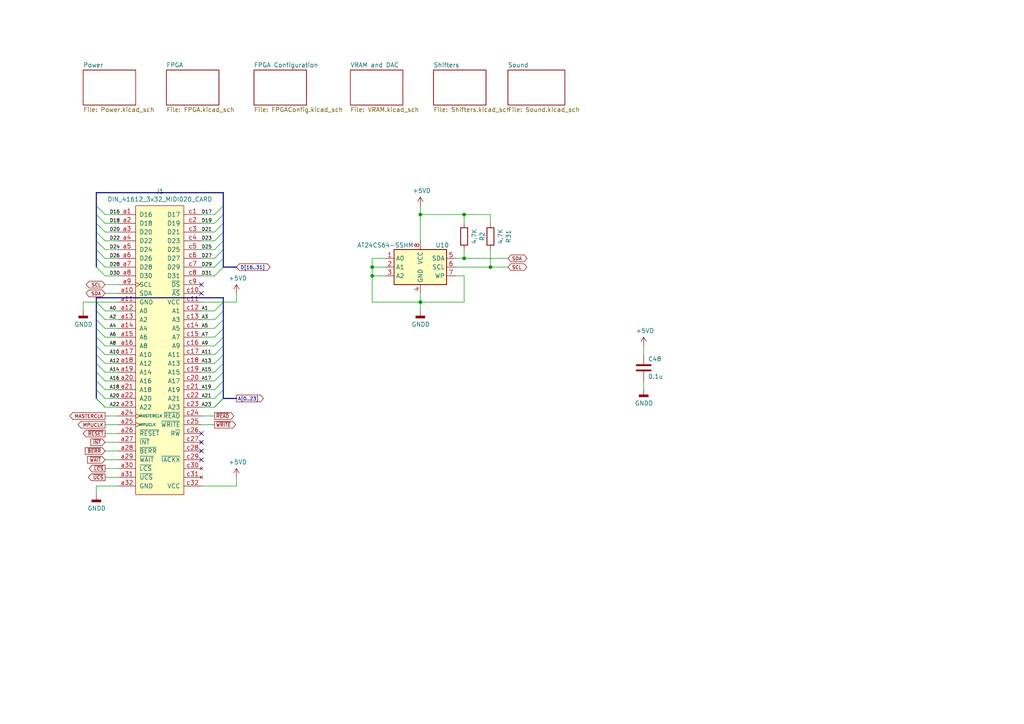
<source format=kicad_sch>
(kicad_sch (version 20211123) (generator eeschema)
  (paper "A4")
  (lib_symbols
    (symbol "Aslak:DIN_41612_3x32_MIDI020_CARD" (pin_names (offset 1.016))
      (property "Reference" "J" (at 5.08 31.75 0))
      (property "Value" "Aslak_DIN_41612_3x32_MIDI020_CARD" (at -3.81 31.75 0))
      (symbol "DIN_41612_3x32_MIDI020_CARD_0_1"
        (rectangle (start -6.35 30.48) (end 7.62 -53.34) (fill (type background)))
      )
      (symbol "DIN_41612_3x32_MIDI020_CARD_1_1"
        (pin bidirectional line (at -11.43 27.94 0) (length 5.08) (name "D16") (number "a1"))
        (pin bidirectional line (at -11.43 5.08 0) (length 5.08) (name "SDA") (number "a10"))
        (pin power_in line (at -11.43 2.54 0) (length 5.08) (name "GND") (number "a11"))
        (pin output line (at -11.43 0 0) (length 5.08) (name "A0") (number "a12"))
        (pin output line (at -11.43 -2.54 0) (length 5.08) (name "A2") (number "a13"))
        (pin output line (at -11.43 -5.08 0) (length 5.08) (name "A4") (number "a14"))
        (pin output line (at -11.43 -7.62 0) (length 5.08) (name "A6") (number "a15"))
        (pin output line (at -11.43 -10.16 0) (length 5.08) (name "A8") (number "a16"))
        (pin output line (at -11.43 -12.7 0) (length 5.08) (name "A10") (number "a17"))
        (pin output line (at -11.43 -15.24 0) (length 5.08) (name "A12") (number "a18"))
        (pin output line (at -11.43 -17.78 0) (length 5.08) (name "A14") (number "a19"))
        (pin bidirectional line (at -11.43 25.4 0) (length 5.08) (name "D18") (number "a2"))
        (pin output line (at -11.43 -20.32 0) (length 5.08) (name "A16") (number "a20"))
        (pin output line (at -11.43 -22.86 0) (length 5.08) (name "A18") (number "a21"))
        (pin output line (at -11.43 -25.4 0) (length 5.08) (name "A20") (number "a22"))
        (pin output line (at -11.43 -27.94 0) (length 5.08) (name "A22") (number "a23"))
        (pin output clock (at -11.43 -30.48 0) (length 5.08) (name "MASTERCLK") (number "a24"))
        (pin output clock (at -11.43 -33.02 0) (length 5.08) (name "MPUCLK") (number "a25"))
        (pin output line (at -11.43 -35.56 0) (length 5.08) (name "~{RESET}") (number "a26"))
        (pin input line (at -11.43 -38.1 0) (length 5.08) (name "~{INT}") (number "a27"))
        (pin input line (at -11.43 -40.64 0) (length 5.08) (name "~{BERR}") (number "a28"))
        (pin input line (at -11.43 -43.18 0) (length 5.08) (name "~{WAIT}") (number "a29"))
        (pin bidirectional line (at -11.43 22.86 0) (length 5.08) (name "D20") (number "a3"))
        (pin output line (at -11.43 -45.72 0) (length 5.08) (name "~{LCS}") (number "a30"))
        (pin output line (at -11.43 -48.26 0) (length 5.08) (name "~{UCS}") (number "a31"))
        (pin power_in line (at -11.43 -50.8 0) (length 5.08) (name "GND") (number "a32"))
        (pin bidirectional line (at -11.43 20.32 0) (length 5.08) (name "D22") (number "a4"))
        (pin bidirectional line (at -11.43 17.78 0) (length 5.08) (name "D24") (number "a5"))
        (pin bidirectional line (at -11.43 15.24 0) (length 5.08) (name "D26") (number "a6"))
        (pin bidirectional line (at -11.43 12.7 0) (length 5.08) (name "D28") (number "a7"))
        (pin bidirectional line (at -11.43 10.16 0) (length 5.08) (name "D30") (number "a8"))
        (pin bidirectional clock (at -11.43 7.62 0) (length 5.08) (name "SCL") (number "a9"))
        (pin bidirectional line (at 12.7 27.94 180) (length 5.08) (name "D17") (number "c1"))
        (pin output line (at 12.7 5.08 180) (length 5.08) (name "~{AS}") (number "c10"))
        (pin power_in line (at 12.7 2.54 180) (length 5.08) (name "VCC") (number "c11"))
        (pin output line (at 12.7 0 180) (length 5.08) (name "A1") (number "c12"))
        (pin output line (at 12.7 -2.54 180) (length 5.08) (name "A3") (number "c13"))
        (pin output line (at 12.7 -5.08 180) (length 5.08) (name "A5") (number "c14"))
        (pin output line (at 12.7 -7.62 180) (length 5.08) (name "A7") (number "c15"))
        (pin output line (at 12.7 -10.16 180) (length 5.08) (name "A9") (number "c16"))
        (pin output line (at 12.7 -12.7 180) (length 5.08) (name "A11") (number "c17"))
        (pin output line (at 12.7 -15.24 180) (length 5.08) (name "A13") (number "c18"))
        (pin output line (at 12.7 -17.78 180) (length 5.08) (name "A15") (number "c19"))
        (pin bidirectional line (at 12.7 25.4 180) (length 5.08) (name "D19") (number "c2"))
        (pin output line (at 12.7 -20.32 180) (length 5.08) (name "A17") (number "c20"))
        (pin output line (at 12.7 -22.86 180) (length 5.08) (name "A19") (number "c21"))
        (pin output line (at 12.7 -25.4 180) (length 5.08) (name "A21") (number "c22"))
        (pin output line (at 12.7 -27.94 180) (length 5.08) (name "A23") (number "c23"))
        (pin output line (at 12.7 -30.48 180) (length 5.08) (name "~{READ}") (number "c24"))
        (pin output line (at 12.7 -33.02 180) (length 5.08) (name "~{WRITE}") (number "c25"))
        (pin output line (at 12.7 -35.56 180) (length 5.08) (name "R~{W}") (number "c26"))
        (pin no_connect line (at 12.7 -38.1 180) (length 5.08) (name "~") (number "c27"))
        (pin no_connect line (at 12.7 -40.64 180) (length 5.08) (name "~") (number "c28"))
        (pin output line (at 12.7 -43.18 180) (length 5.08) (name "~{IACKX}") (number "c29"))
        (pin bidirectional line (at 12.7 22.86 180) (length 5.08) (name "D21") (number "c3"))
        (pin no_connect line (at 12.7 -45.72 180) (length 5.08) (name "~") (number "c30"))
        (pin no_connect line (at 12.7 -48.26 180) (length 5.08) (name "~") (number "c31"))
        (pin power_in line (at 12.7 -50.8 180) (length 5.08) (name "VCC") (number "c32"))
        (pin bidirectional line (at 12.7 20.32 180) (length 5.08) (name "D23") (number "c4"))
        (pin bidirectional line (at 12.7 17.78 180) (length 5.08) (name "D25") (number "c5"))
        (pin bidirectional line (at 12.7 15.24 180) (length 5.08) (name "D27") (number "c6"))
        (pin bidirectional line (at 12.7 12.7 180) (length 5.08) (name "D29") (number "c7"))
        (pin bidirectional line (at 12.7 10.16 180) (length 5.08) (name "D31") (number "c8"))
        (pin output line (at 12.7 7.62 180) (length 5.08) (name "~{DS}") (number "c9"))
      )
    )
    (symbol "Device:C" (pin_numbers hide) (pin_names (offset 0.254))
      (property "Reference" "C" (at 0.635 2.54 0))
      (property "Value" "C" (at 0.635 -2.54 0))
      (symbol "C_0_1"
        (polyline (pts (xy -2.032 -0.762) (xy 2.032 -0.762)) (stroke (width 0.508)))
        (polyline (pts (xy -2.032 0.762) (xy 2.032 0.762)) (stroke (width 0.508)))
      )
      (symbol "C_1_1"
        (pin passive line (at 0 3.81 270) (length 2.794) (name "~") (number "1"))
        (pin passive line (at 0 -3.81 90) (length 2.794) (name "~") (number "2"))
      )
    )
    (symbol "Device:R" (pin_numbers hide) (pin_names (offset 0))
      (property "Reference" "R" (at 2.032 0 90))
      (property "Value" "R" (at 0 0 90))
      (symbol "R_0_1"
        (rectangle (start -1.016 -2.54) (end 1.016 2.54) (stroke (width 0.254)))
      )
      (symbol "R_1_1"
        (pin passive line (at 0 3.81 270) (length 1.27) (name "~") (number "1"))
        (pin passive line (at 0 -3.81 90) (length 1.27) (name "~") (number "2"))
      )
    )
    (symbol "Memory_EEPROM:AT24CS64-SSHM"
      (property "Reference" "U" (at -7.62 6.35 0))
      (property "Value" "AT24CS64-SSHM" (at 2.54 -6.35 0))
      (symbol "AT24CS64-SSHM_1_1"
        (rectangle (start -7.62 5.08) (end 7.62 -5.08) (stroke (width 0.254)) (fill (type background)))
        (pin input line (at -10.16 2.54 0) (length 2.54) (name "A0") (number "1"))
        (pin input line (at -10.16 0 0) (length 2.54) (name "A1") (number "2"))
        (pin input line (at -10.16 -2.54 0) (length 2.54) (name "A2") (number "3"))
        (pin power_in line (at 0 -7.62 90) (length 2.54) (name "GND") (number "4"))
        (pin bidirectional line (at 10.16 2.54 180) (length 2.54) (name "SDA") (number "5"))
        (pin input line (at 10.16 0 180) (length 2.54) (name "SCL") (number "6"))
        (pin input line (at 10.16 -2.54 180) (length 2.54) (name "WP") (number "7"))
        (pin power_in line (at 0 7.62 270) (length 2.54) (name "VCC") (number "8"))
      )
    )
    (symbol "power:+5VD" (power) (pin_names (offset 0))
      (property "Value" "+5VD" (at 0 3.556 0))
      (symbol "+5VD_0_1"
        (polyline (pts (xy -0.762 1.27) (xy 0 2.54)))
        (polyline (pts (xy 0 0) (xy 0 2.54)))
        (polyline (pts (xy 0 2.54) (xy 0.762 1.27)))
      )
      (symbol "+5VD_1_1"
        (pin power_in line (at 0 0 90) (length 0) hide (name "+5VD") (number "1"))
      )
    )
    (symbol "power:GNDD" (power) (pin_names (offset 0))
      (property "Value" "GNDD" (at 0 -3.175 0))
      (symbol "GNDD_0_1"
        (rectangle (start -1.27 -1.524) (end 1.27 -2.032) (stroke (width 0.254)) (fill (type outline)))
        (polyline (pts (xy 0 0) (xy 0 -1.524)))
      )
      (symbol "GNDD_1_1"
        (pin power_in line (at 0 0 270) (length 0) hide (name "GNDD") (number "1"))
      )
    )
  )
  (junction (at 121.92 62.23))
  (junction (at 121.92 87.63))
  (junction (at 134.62 62.23))
  (junction (at 142.24 77.47))
  (junction (at 107.95 77.47))
  (junction (at 134.62 74.93))
  (junction (at 107.95 80.01))
  (no_connect (at 58.42 85.09))
  (no_connect (at 58.42 128.27))
  (no_connect (at 58.42 82.55))
  (no_connect (at 58.42 133.35))
  (no_connect (at 58.42 130.81))
  (no_connect (at 58.42 125.73))
  (bus_entry (at 27.94 115.57) (size 2.54 2.54))
  (bus_entry (at 64.77 64.77) (size -2.54 2.54))
  (bus_entry (at 64.77 72.39) (size -2.54 2.54))
  (bus_entry (at 64.77 77.47) (size -2.54 2.54))
  (bus_entry (at 64.77 95.25) (size -2.54 2.54))
  (bus_entry (at 64.77 74.93) (size -2.54 2.54))
  (bus_entry (at 64.77 110.49) (size -2.54 2.54))
  (bus_entry (at 64.77 67.31) (size -2.54 2.54))
  (bus_entry (at 64.77 115.57) (size -2.54 2.54))
  (bus_entry (at 64.77 87.63) (size -2.54 2.54))
  (bus_entry (at 27.94 95.25) (size 2.54 2.54))
  (bus_entry (at 27.94 87.63) (size 2.54 2.54))
  (bus_entry (at 27.94 100.33) (size 2.54 2.54))
  (bus_entry (at 64.77 100.33) (size -2.54 2.54))
  (bus_entry (at 27.94 59.69) (size 2.54 2.54))
  (bus_entry (at 27.94 69.85) (size 2.54 2.54))
  (bus_entry (at 27.94 62.23) (size 2.54 2.54))
  (bus_entry (at 27.94 113.03) (size 2.54 2.54))
  (bus_entry (at 27.94 74.93) (size 2.54 2.54))
  (bus_entry (at 64.77 113.03) (size -2.54 2.54))
  (bus_entry (at 27.94 72.39) (size 2.54 2.54))
  (bus_entry (at 64.77 59.69) (size -2.54 2.54))
  (bus_entry (at 27.94 110.49) (size 2.54 2.54))
  (bus_entry (at 27.94 64.77) (size 2.54 2.54))
  (bus_entry (at 64.77 107.95) (size -2.54 2.54))
  (bus_entry (at 64.77 97.79) (size -2.54 2.54))
  (bus_entry (at 27.94 90.17) (size 2.54 2.54))
  (bus_entry (at 27.94 92.71) (size 2.54 2.54))
  (bus_entry (at 64.77 115.57) (size -2.54 2.54))
  (bus_entry (at 27.94 102.87) (size 2.54 2.54))
  (bus_entry (at 64.77 105.41) (size -2.54 2.54))
  (bus_entry (at 64.77 62.23) (size -2.54 2.54))
  (bus_entry (at 64.77 69.85) (size -2.54 2.54))
  (bus_entry (at 27.94 105.41) (size 2.54 2.54))
  (bus_entry (at 27.94 115.57) (size 2.54 2.54))
  (bus_entry (at 64.77 102.87) (size -2.54 2.54))
  (bus_entry (at 64.77 92.71) (size -2.54 2.54))
  (bus_entry (at 64.77 90.17) (size -2.54 2.54))
  (bus_entry (at 27.94 77.47) (size 2.54 2.54))
  (bus_entry (at 27.94 97.79) (size 2.54 2.54))
  (bus_entry (at 27.94 67.31) (size 2.54 2.54))
  (bus_entry (at 27.94 107.95) (size 2.54 2.54))
  (wire (pts (xy 58.42 140.97) (xy 68.58 140.97)))
  (wire (pts (xy 58.42 97.79) (xy 62.23 97.79)))
  (bus (pts (xy 27.94 69.85) (xy 27.94 72.39)))
  (bus (pts (xy 27.94 67.31) (xy 27.94 69.85)))
  (wire (pts (xy 107.95 87.63) (xy 121.92 87.63)))
  (wire (pts (xy 58.42 102.87) (xy 62.23 102.87)))
  (bus (pts (xy 27.94 110.49) (xy 27.94 113.03)))
  (wire (pts (xy 58.42 105.41) (xy 62.23 105.41)))
  (wire (pts (xy 34.29 85.09) (xy 30.48 85.09)))
  (bus (pts (xy 64.77 72.39) (xy 64.77 74.93)))
  (wire (pts (xy 34.29 130.81) (xy 30.48 130.81)))
  (bus (pts (xy 64.77 69.85) (xy 64.77 72.39)))
  (bus (pts (xy 64.77 100.33) (xy 64.77 102.87)))
  (wire (pts (xy 186.69 110.49) (xy 186.69 113.03)))
  (bus (pts (xy 27.94 55.88) (xy 27.94 59.69)))
  (bus (pts (xy 27.94 59.69) (xy 27.94 62.23)))
  (bus (pts (xy 64.77 110.49) (xy 64.77 113.03)))
  (bus (pts (xy 64.77 90.17) (xy 64.77 92.71)))
  (wire (pts (xy 34.29 118.11) (xy 30.48 118.11)))
  (bus (pts (xy 27.94 92.71) (xy 27.94 95.25)))
  (bus (pts (xy 27.94 90.17) (xy 27.94 92.71)))
  (wire (pts (xy 34.29 72.39) (xy 30.48 72.39)))
  (wire (pts (xy 27.94 87.63) (xy 34.29 87.63)))
  (wire (pts (xy 121.92 69.85) (xy 121.92 62.23)))
  (wire (pts (xy 58.42 92.71) (xy 62.23 92.71)))
  (wire (pts (xy 27.94 140.97) (xy 27.94 143.51)))
  (bus (pts (xy 64.77 92.71) (xy 64.77 95.25)))
  (bus (pts (xy 64.77 107.95) (xy 64.77 110.49)))
  (wire (pts (xy 58.42 100.33) (xy 62.23 100.33)))
  (wire (pts (xy 34.29 64.77) (xy 30.48 64.77)))
  (wire (pts (xy 34.29 128.27) (xy 30.48 128.27)))
  (wire (pts (xy 132.08 80.01) (xy 134.62 80.01)))
  (wire (pts (xy 34.29 67.31) (xy 30.48 67.31)))
  (wire (pts (xy 24.13 87.63) (xy 24.13 90.17)))
  (bus (pts (xy 27.94 72.39) (xy 27.94 74.93)))
  (bus (pts (xy 27.94 87.63) (xy 27.94 90.17)))
  (wire (pts (xy 68.58 140.97) (xy 68.58 138.43)))
  (wire (pts (xy 107.95 77.47) (xy 107.95 80.01)))
  (wire (pts (xy 58.42 87.63) (xy 64.77 87.63)))
  (bus (pts (xy 64.77 115.57) (xy 68.58 115.57)))
  (wire (pts (xy 58.42 123.19) (xy 62.23 123.19)))
  (bus (pts (xy 64.77 77.47) (xy 68.58 77.47)))
  (wire (pts (xy 34.29 69.85) (xy 30.48 69.85)))
  (wire (pts (xy 68.58 87.63) (xy 68.58 85.09)))
  (wire (pts (xy 24.13 87.63) (xy 27.94 87.63)))
  (bus (pts (xy 27.94 105.41) (xy 27.94 107.95)))
  (wire (pts (xy 34.29 115.57) (xy 30.48 115.57)))
  (wire (pts (xy 34.29 74.93) (xy 30.48 74.93)))
  (bus (pts (xy 64.77 102.87) (xy 64.77 105.41)))
  (wire (pts (xy 121.92 62.23) (xy 121.92 59.69)))
  (wire (pts (xy 121.92 62.23) (xy 134.62 62.23)))
  (wire (pts (xy 34.29 102.87) (xy 30.48 102.87)))
  (bus (pts (xy 27.94 86.36) (xy 27.94 87.63)))
  (wire (pts (xy 58.42 72.39) (xy 62.23 72.39)))
  (wire (pts (xy 121.92 87.63) (xy 121.92 90.17)))
  (wire (pts (xy 142.24 72.39) (xy 142.24 77.47)))
  (bus (pts (xy 27.94 113.03) (xy 27.94 115.57)))
  (wire (pts (xy 34.29 82.55) (xy 30.48 82.55)))
  (wire (pts (xy 34.29 123.19) (xy 30.48 123.19)))
  (wire (pts (xy 34.29 100.33) (xy 30.48 100.33)))
  (wire (pts (xy 64.77 87.63) (xy 68.58 87.63)))
  (wire (pts (xy 107.95 80.01) (xy 107.95 87.63)))
  (wire (pts (xy 186.69 102.87) (xy 186.69 100.33)))
  (wire (pts (xy 58.42 90.17) (xy 62.23 90.17)))
  (wire (pts (xy 58.42 95.25) (xy 62.23 95.25)))
  (bus (pts (xy 64.77 74.93) (xy 64.77 77.47)))
  (bus (pts (xy 64.77 113.03) (xy 64.77 115.57)))
  (wire (pts (xy 134.62 80.01) (xy 134.62 87.63)))
  (wire (pts (xy 58.42 69.85) (xy 62.23 69.85)))
  (wire (pts (xy 111.76 77.47) (xy 107.95 77.47)))
  (wire (pts (xy 34.29 135.89) (xy 30.48 135.89)))
  (bus (pts (xy 64.77 105.41) (xy 64.77 107.95)))
  (bus (pts (xy 64.77 87.63) (xy 64.77 90.17)))
  (wire (pts (xy 34.29 110.49) (xy 30.48 110.49)))
  (bus (pts (xy 27.94 74.93) (xy 27.94 77.47)))
  (wire (pts (xy 58.42 120.65) (xy 62.23 120.65)))
  (wire (pts (xy 107.95 74.93) (xy 107.95 77.47)))
  (wire (pts (xy 134.62 62.23) (xy 134.62 64.77)))
  (wire (pts (xy 134.62 74.93) (xy 147.32 74.93)))
  (bus (pts (xy 64.77 64.77) (xy 64.77 67.31)))
  (bus (pts (xy 27.94 100.33) (xy 27.94 102.87)))
  (wire (pts (xy 34.29 133.35) (xy 30.48 133.35)))
  (wire (pts (xy 134.62 87.63) (xy 121.92 87.63)))
  (wire (pts (xy 58.42 113.03) (xy 62.23 113.03)))
  (wire (pts (xy 142.24 77.47) (xy 147.32 77.47)))
  (wire (pts (xy 34.29 92.71) (xy 30.48 92.71)))
  (wire (pts (xy 134.62 62.23) (xy 142.24 62.23)))
  (wire (pts (xy 34.29 105.41) (xy 30.48 105.41)))
  (wire (pts (xy 34.29 125.73) (xy 30.48 125.73)))
  (wire (pts (xy 58.42 107.95) (xy 62.23 107.95)))
  (bus (pts (xy 27.94 64.77) (xy 27.94 67.31)))
  (wire (pts (xy 58.42 118.11) (xy 62.23 118.11)))
  (wire (pts (xy 34.29 138.43) (xy 30.48 138.43)))
  (bus (pts (xy 27.94 97.79) (xy 27.94 100.33)))
  (wire (pts (xy 58.42 80.01) (xy 62.23 80.01)))
  (bus (pts (xy 27.94 86.36) (xy 64.77 86.36)))
  (wire (pts (xy 142.24 62.23) (xy 142.24 64.77)))
  (bus (pts (xy 27.94 62.23) (xy 27.94 64.77)))
  (wire (pts (xy 132.08 77.47) (xy 142.24 77.47)))
  (wire (pts (xy 121.92 87.63) (xy 121.92 85.09)))
  (wire (pts (xy 134.62 72.39) (xy 134.62 74.93)))
  (bus (pts (xy 64.77 95.25) (xy 64.77 97.79)))
  (bus (pts (xy 64.77 67.31) (xy 64.77 69.85)))
  (wire (pts (xy 58.42 64.77) (xy 62.23 64.77)))
  (bus (pts (xy 64.77 59.69) (xy 64.77 62.23)))
  (bus (pts (xy 64.77 62.23) (xy 64.77 64.77)))
  (wire (pts (xy 58.42 74.93) (xy 62.23 74.93)))
  (wire (pts (xy 58.42 77.47) (xy 62.23 77.47)))
  (bus (pts (xy 27.94 95.25) (xy 27.94 97.79)))
  (wire (pts (xy 34.29 120.65) (xy 30.48 120.65)))
  (wire (pts (xy 34.29 95.25) (xy 30.48 95.25)))
  (wire (pts (xy 34.29 90.17) (xy 30.48 90.17)))
  (wire (pts (xy 34.29 107.95) (xy 30.48 107.95)))
  (bus (pts (xy 64.77 97.79) (xy 64.77 100.33)))
  (wire (pts (xy 34.29 77.47) (xy 30.48 77.47)))
  (wire (pts (xy 34.29 113.03) (xy 30.48 113.03)))
  (bus (pts (xy 27.94 107.95) (xy 27.94 110.49)))
  (wire (pts (xy 34.29 140.97) (xy 27.94 140.97)))
  (bus (pts (xy 64.77 55.88) (xy 64.77 59.69)))
  (bus (pts (xy 27.94 55.88) (xy 64.77 55.88)))
  (wire (pts (xy 34.29 97.79) (xy 30.48 97.79)))
  (wire (pts (xy 34.29 80.01) (xy 30.48 80.01)))
  (wire (pts (xy 111.76 80.01) (xy 107.95 80.01)))
  (wire (pts (xy 58.42 115.57) (xy 62.23 115.57)))
  (bus (pts (xy 64.77 86.36) (xy 64.77 87.63)))
  (bus (pts (xy 27.94 102.87) (xy 27.94 105.41)))
  (wire (pts (xy 34.29 62.23) (xy 30.48 62.23)))
  (wire (pts (xy 58.42 110.49) (xy 62.23 110.49)))
  (wire (pts (xy 132.08 74.93) (xy 134.62 74.93)))
  (wire (pts (xy 111.76 74.93) (xy 107.95 74.93)))
  (wire (pts (xy 58.42 67.31) (xy 62.23 67.31)))
  (wire (pts (xy 58.42 62.23) (xy 62.23 62.23)))
  (label "D22" (at 31.75 69.85 0) (effects (font (size 0.9906 0.9906))))
  (label "D20" (at 31.75 67.31 0) (effects (font (size 0.9906 0.9906))))
  (label "A6" (at 31.75 97.79 0) (effects (font (size 0.9906 0.9906))))
  (label "D23" (at 58.42 69.85 0) (effects (font (size 0.9906 0.9906))))
  (label "A16" (at 31.75 110.49 0) (effects (font (size 0.9906 0.9906))))
  (label "A10" (at 31.75 102.87 0) (effects (font (size 0.9906 0.9906))))
  (label "A0" (at 31.75 90.17 0) (effects (font (size 0.9906 0.9906))))
  (label "A17" (at 58.42 110.49 0) (effects (font (size 0.9906 0.9906))))
  (label "D19" (at 58.42 64.77 0) (effects (font (size 0.9906 0.9906))))
  (label "A15" (at 58.42 107.95 0) (effects (font (size 0.9906 0.9906))))
  (label "D21" (at 58.42 67.31 0) (effects (font (size 0.9906 0.9906))))
  (label "A11" (at 58.42 102.87 0) (effects (font (size 0.9906 0.9906))))
  (label "D24" (at 31.75 72.39 0) (effects (font (size 0.9906 0.9906))))
  (label "A4" (at 31.75 95.25 0) (effects (font (size 0.9906 0.9906))))
  (label "A3" (at 58.42 92.71 0) (effects (font (size 0.9906 0.9906))))
  (label "D26" (at 31.75 74.93 0) (effects (font (size 0.9906 0.9906))))
  (label "A8" (at 31.75 100.33 0) (effects (font (size 0.9906 0.9906))))
  (label "D27" (at 58.42 74.93 0) (effects (font (size 0.9906 0.9906))))
  (label "A5" (at 58.42 95.25 0) (effects (font (size 0.9906 0.9906))))
  (label "A14" (at 31.75 107.95 0) (effects (font (size 0.9906 0.9906))))
  (label "D29" (at 58.42 77.47 0) (effects (font (size 0.9906 0.9906))))
  (label "D18" (at 31.75 64.77 0) (effects (font (size 0.9906 0.9906))))
  (label "A19" (at 58.42 113.03 0) (effects (font (size 0.9906 0.9906))))
  (label "A9" (at 58.42 100.33 0) (effects (font (size 0.9906 0.9906))))
  (label "A12" (at 31.75 105.41 0) (effects (font (size 0.9906 0.9906))))
  (label "D17" (at 58.42 62.23 0) (effects (font (size 0.9906 0.9906))))
  (label "A22" (at 31.75 118.11 0) (effects (font (size 0.9906 0.9906))))
  (label "A20" (at 31.75 115.57 0) (effects (font (size 0.9906 0.9906))))
  (label "D31" (at 58.42 80.01 0) (effects (font (size 0.9906 0.9906))))
  (label "D30" (at 31.75 80.01 0) (effects (font (size 0.9906 0.9906))))
  (label "A1" (at 58.42 90.17 0) (effects (font (size 0.9906 0.9906))))
  (label "A23" (at 58.42 118.11 0) (effects (font (size 0.9906 0.9906))))
  (label "A18" (at 31.75 113.03 0) (effects (font (size 0.9906 0.9906))))
  (label "A13" (at 58.42 105.41 0) (effects (font (size 0.9906 0.9906))))
  (label "D25" (at 58.42 72.39 0) (effects (font (size 0.9906 0.9906))))
  (label "A21" (at 58.42 115.57 0) (effects (font (size 0.9906 0.9906))))
  (label "A7" (at 58.42 97.79 0) (effects (font (size 0.9906 0.9906))))
  (label "A2" (at 31.75 92.71 0) (effects (font (size 0.9906 0.9906))))
  (label "D16" (at 31.75 62.23 0) (effects (font (size 0.9906 0.9906))))
  (label "D28" (at 31.75 77.47 0) (effects (font (size 0.9906 0.9906))))
  (global_label "~{WAIT}" (shape input) (at 30.48 133.35 180) (effects (font (size 0.9906 0.9906))) (property "Intersheet References" "${INTERSHEET_REFS}" (effects hide)))
  (global_label "~{READ}" (shape output) (at 62.23 120.65 0) (effects (font (size 0.9906 0.9906))) (property "Intersheet References" "${INTERSHEET_REFS}" (effects hide)))
  (global_label "~{BERR}" (shape input) (at 30.48 130.81 180) (effects (font (size 0.9906 0.9906))) (property "Intersheet References" "${INTERSHEET_REFS}" (effects hide)))
  (global_label "~{UCS}" (shape output) (at 30.48 138.43 180) (effects (font (size 0.9906 0.9906))) (property "Intersheet References" "${INTERSHEET_REFS}" (effects hide)))
  (global_label "D[16..31]" (shape bidirectional) (at 68.58 77.47 0) (effects (font (size 0.9906 0.9906))) (property "Intersheet References" "${INTERSHEET_REFS}" (effects hide)))
  (global_label "A[0..23]" (shape output) (at 68.58 115.57 0) (effects (font (size 0.9906 0.9906))) (property "Intersheet References" "${INTERSHEET_REFS}" (effects hide)))
  (global_label "SCL" (shape bidirectional) (at 147.32 77.47 0) (effects (font (size 0.9906 0.9906))) (property "Intersheet References" "${INTERSHEET_REFS}" (effects hide)))
  (global_label "~{RESET}" (shape output) (at 30.48 125.73 180) (effects (font (size 0.9906 0.9906))) (property "Intersheet References" "${INTERSHEET_REFS}" (effects hide)))
  (global_label "SCL" (shape bidirectional) (at 30.48 82.55 180) (effects (font (size 0.9906 0.9906))) (property "Intersheet References" "${INTERSHEET_REFS}" (effects hide)))
  (global_label "~{WRITE}" (shape output) (at 62.23 123.19 0) (effects (font (size 0.9906 0.9906))) (property "Intersheet References" "${INTERSHEET_REFS}" (effects hide)))
  (global_label "MPUCLK" (shape output) (at 30.48 123.19 180) (effects (font (size 0.9906 0.9906))) (property "Intersheet References" "${INTERSHEET_REFS}" (effects hide)))
  (global_label "~{INT}" (shape input) (at 30.48 128.27 180) (effects (font (size 0.9906 0.9906))) (property "Intersheet References" "${INTERSHEET_REFS}" (effects hide)))
  (global_label "SDA" (shape bidirectional) (at 147.32 74.93 0) (effects (font (size 0.9906 0.9906))) (property "Intersheet References" "${INTERSHEET_REFS}" (effects hide)))
  (global_label "SDA" (shape bidirectional) (at 30.48 85.09 180) (effects (font (size 0.9906 0.9906))) (property "Intersheet References" "${INTERSHEET_REFS}" (effects hide)))
  (global_label "MASTERCLK" (shape output) (at 30.48 120.65 180) (effects (font (size 0.9906 0.9906))) (property "Intersheet References" "${INTERSHEET_REFS}" (effects hide)))
  (global_label "~{LCS}" (shape output) (at 30.48 135.89 180) (effects (font (size 0.9906 0.9906))) (property "Intersheet References" "${INTERSHEET_REFS}" (effects hide)))
  (symbol (lib_id "Device:C") (at 186.69 106.68 0) (unit 1)
    (property "Reference" "C48" (at 187.96 104.14 0) (effects (justify left)))
    (property "Value" "0.1u" (at 187.96 109.22 0) (effects (justify left)))
    (property "Footprint" "Capacitor_SMD:C_1206_3216Metric" (effects hide))
  )
  (symbol (lib_id "power:+5VD") (at 186.69 100.33 0) (unit 1)
    (property "Reference" "#PWR034" (effects hide))
    (property "Value" "+5VD" (at 187.071 95.9358 0))
  )
  (symbol (lib_id "power:GNDD") (at 186.69 113.03 0) (unit 1)
    (property "Reference" "#PWR035" (effects hide))
    (property "Value" "GNDD" (at 186.7916 116.967 0))
  )
  (symbol (lib_id "power:+5VD") (at 68.58 138.43 0) (unit 1)
    (property "Reference" "#PWR03" (effects hide))
    (property "Value" "+5VD" (at 68.961 134.0358 0))
  )
  (symbol (lib_id "power:+5VD") (at 68.58 85.09 0) (unit 1)
    (property "Reference" "#PWR04" (effects hide))
    (property "Value" "+5VD" (at 68.961 80.6958 0))
  )
  (symbol (lib_id "power:GNDD") (at 27.94 143.51 0) (unit 1)
    (property "Reference" "#PWR02" (effects hide))
    (property "Value" "GNDD" (at 28.0416 147.447 0))
  )
  (symbol (lib_id "power:GNDD") (at 24.13 90.17 0) (unit 1)
    (property "Reference" "#PWR01" (effects hide))
    (property "Value" "GNDD" (at 24.2316 94.107 0))
  )
  (symbol (lib_id "Memory_EEPROM:AT24CS64-SSHM") (at 121.92 77.47 0) (unit 1)
    (property "Reference" "U10" (at 128.27 71.12 0))
    (property "Value" "AT24CS64-SSHM" (at 111.76 71.12 0))
    (property "Footprint" "Package_SO:SOIC-8_3.9x4.9mm_P1.27mm" (effects hide))
    (property "Datasheet" "http://ww1.microchip.com/downloads/en/DeviceDoc/Atmel-8870-SEEPROM-AT24CS64-Datasheet.pdf" (effects hide))
  )
  (symbol (lib_id "power:+5VD") (at 121.92 59.69 0) (unit 1)
    (property "Reference" "#PWR013" (effects hide))
    (property "Value" "+5VD" (at 122.301 55.2958 0))
  )
  (symbol (lib_id "power:GNDD") (at 121.92 90.17 0) (unit 1)
    (property "Reference" "#PWR0103" (effects hide))
    (property "Value" "GNDD" (at 122.0216 94.107 0))
  )
  (symbol (lib_id "Aslak:DIN_41612_3x32_MIDI020_CARD") (at 45.72 90.17 0) (unit 1)
    (property "Reference" "J1" (at 46.355 55.499 0))
    (property "Value" "DIN_41612_3x32_MIDI020_CARD" (at 46.355 57.8104 0))
    (property "Footprint" "aslakfp:DIN41612_C_2x32_Male_Horizontal_THT" (effects hide))
  )
  (symbol (lib_id "Device:R") (at 134.62 68.58 0) (unit 1)
    (property "Reference" "R2" (at 139.8778 68.58 90))
    (property "Value" "4.7K" (at 137.5664 68.58 90))
    (property "Footprint" "Resistor_SMD:R_1206_3216Metric" (effects hide))
  )
  (symbol (lib_id "Device:R") (at 142.24 68.58 0) (unit 1)
    (property "Reference" "R31" (at 147.4978 68.58 90))
    (property "Value" "4.7K" (at 145.1864 68.58 90))
    (property "Footprint" "Resistor_SMD:R_1206_3216Metric" (effects hide))
  )
  (sheet (at 147.32 20.32) (size 16.51 10.16)
    (property "Sheet name" "Sound" (at 147.32 19.6084 0) (effects (justify left bottom)))
    (property "Sheet file" "Sound.kicad_sch" (at 147.32 31.0646 0) (effects (justify left top)))
  )
  (sheet (at 48.26 20.32) (size 15.24 10.16)
    (property "Sheet name" "FPGA" (at 48.26 19.6084 0) (effects (justify left bottom)))
    (property "Sheet file" "FPGA.kicad_sch" (at 48.26 31.0646 0) (effects (justify left top)))
  )
  (sheet (at 125.73 20.32) (size 15.24 10.16)
    (property "Sheet name" "Shifters" (at 125.73 19.6084 0) (effects (justify left bottom)))
    (property "Sheet file" "Shifters.kicad_sch" (at 125.73 31.0646 0) (effects (justify left top)))
  )
  (sheet (at 101.6 20.32) (size 15.24 10.16)
    (property "Sheet name" "VRAM and DAC" (at 101.6 19.6084 0) (effects (justify left bottom)))
    (property "Sheet file" "VRAM.kicad_sch" (at 101.6 31.0646 0) (effects (justify left top)))
  )
  (sheet (at 73.66 20.32) (size 15.24 10.16)
    (property "Sheet name" "FPGA Configuration" (at 73.66 19.6084 0) (effects (justify left bottom)))
    (property "Sheet file" "FPGAConfig.kicad_sch" (at 73.66 31.0646 0) (effects (justify left top)))
  )
  (sheet (at 24.13 20.32) (size 15.24 10.16)
    (property "Sheet name" "Power" (at 24.13 19.6084 0) (effects (justify left bottom)))
    (property "Sheet file" "Power.kicad_sch" (at 24.13 31.0646 0) (effects (justify left top)))
  )
)
</source>
